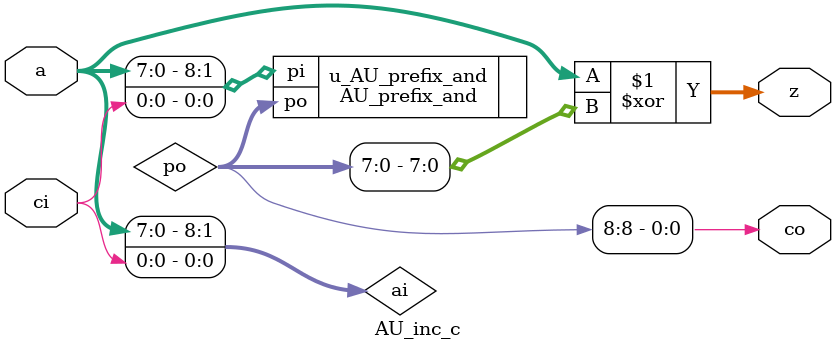
<source format=v>


module AU_inc_c #(
    parameter integer WIDTH = 8,  // word length of input (>= 1)
    parameter integer ARCH  = 0   // architecture (0 to 2)
) (
    // Data interface
    input  [WIDTH-1:0] a,   // input data
    input              ci,  // carry-in
    output [WIDTH-1:0] z,   // increment
    output             co   // carry-out
);


    // Structural model
    wire [WIDTH:0] ai;
    wire [WIDTH:0] po;


    // Attach carry-in
    assign ai = {a, ci};

    // Calculate prefix output propagate signal
    AU_prefix_and #(
        .WIDTH(WIDTH + 1),
        .ARCH (ARCH)
    ) u_AU_prefix_and (
        .pi(ai),
        .po(po)
    );

    // Calculate result and carry-out bits
    assign z = a ^ po[WIDTH - 1 : 0];
    assign co = po[WIDTH];


endmodule

</source>
